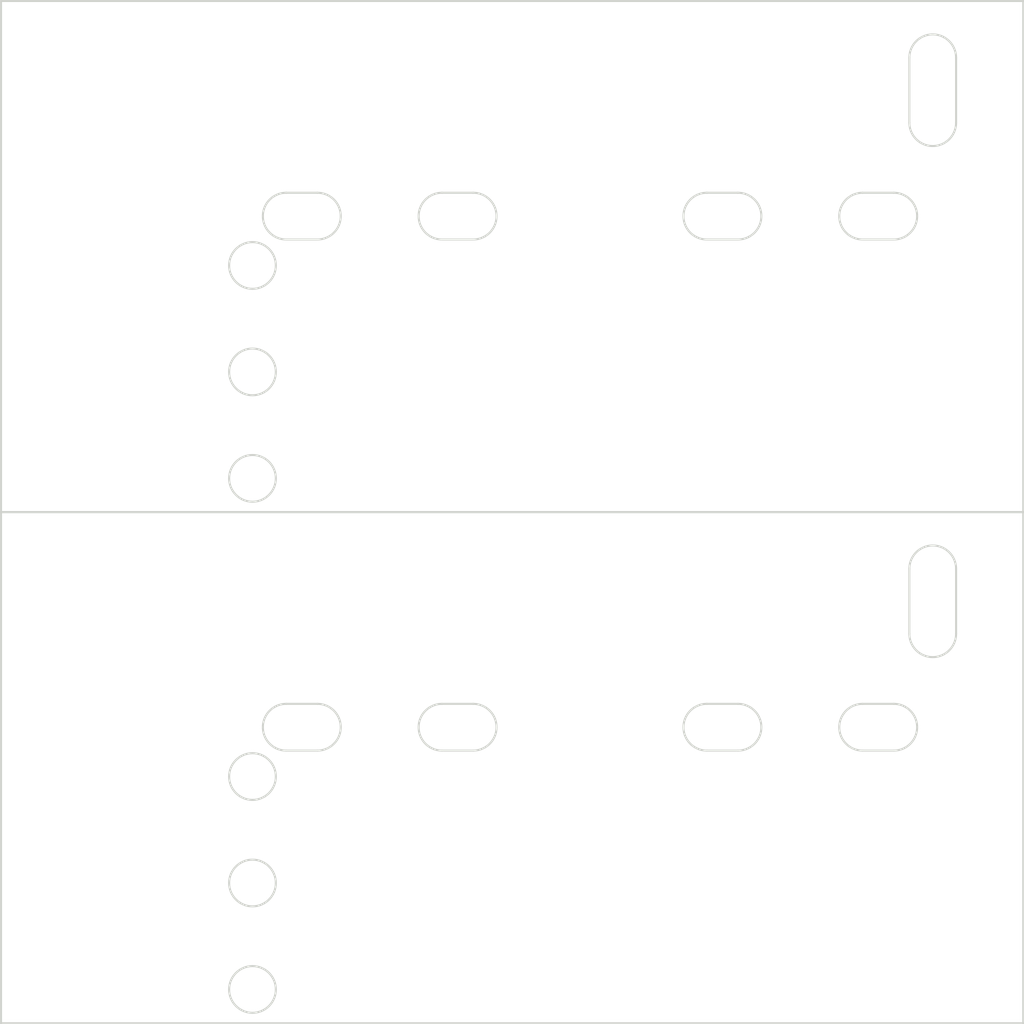
<source format=kicad_pcb>
(kicad_pcb (version 20171130) (host pcbnew "(5.1.10)-1")

  (general
    (thickness 1.6)
    (drawings 54)
    (tracks 5)
    (zones 0)
    (modules 0)
    (nets 4)
  )

  (page A4)
  (layers
    (0 F.Cu signal)
    (1 In1.Cu signal)
    (2 In2.Cu signal)
    (31 B.Cu signal)
    (32 B.Adhes user)
    (33 F.Adhes user)
    (34 B.Paste user)
    (35 F.Paste user)
    (36 B.SilkS user)
    (37 F.SilkS user)
    (38 B.Mask user)
    (39 F.Mask user)
    (40 Dwgs.User user)
    (41 Cmts.User user)
    (42 Eco1.User user)
    (43 Eco2.User user)
    (44 Edge.Cuts user)
    (45 Margin user)
    (46 B.CrtYd user)
    (47 F.CrtYd user)
    (48 B.Fab user)
    (49 F.Fab user)
  )

  (setup
    (last_trace_width 0.25)
    (user_trace_width 0.3)
    (user_trace_width 0.4)
    (user_trace_width 0.5)
    (user_trace_width 0.6)
    (user_trace_width 0.7)
    (user_trace_width 0.8)
    (user_trace_width 1)
    (user_trace_width 1.2)
    (user_trace_width 1.4)
    (user_trace_width 2)
    (trace_clearance 0.2)
    (zone_clearance 0.254)
    (zone_45_only yes)
    (trace_min 0.2)
    (via_size 0.8)
    (via_drill 0.4)
    (via_min_size 0.4)
    (via_min_drill 0.3)
    (user_via 1.1 0.6)
    (user_via 1.2 0.7)
    (user_via 1.6 1)
    (user_via 1.8 1.2)
    (user_via 2 1.4)
    (user_via 2.4 1.8)
    (uvia_size 0.3)
    (uvia_drill 0.1)
    (uvias_allowed no)
    (uvia_min_size 0.2)
    (uvia_min_drill 0.1)
    (edge_width 0.1)
    (segment_width 0.2)
    (pcb_text_width 0.3)
    (pcb_text_size 1.5 1.5)
    (mod_edge_width 0.15)
    (mod_text_size 1 1)
    (mod_text_width 0.15)
    (pad_size 1.7 1.7)
    (pad_drill 1)
    (pad_to_mask_clearance 0)
    (aux_axis_origin 44.5 38.5)
    (grid_origin 44.5 38.5)
    (visible_elements 7FFFFFFF)
    (pcbplotparams
      (layerselection 0x010fc_ffffffff)
      (usegerberextensions false)
      (usegerberattributes true)
      (usegerberadvancedattributes true)
      (creategerberjobfile true)
      (excludeedgelayer true)
      (linewidth 0.020000)
      (plotframeref false)
      (viasonmask false)
      (mode 1)
      (useauxorigin false)
      (hpglpennumber 1)
      (hpglpenspeed 20)
      (hpglpendiameter 15.000000)
      (psnegative false)
      (psa4output false)
      (plotreference true)
      (plotvalue true)
      (plotinvisibletext false)
      (padsonsilk false)
      (subtractmaskfromsilk true)
      (outputformat 1)
      (mirror false)
      (drillshape 0)
      (scaleselection 1)
      (outputdirectory "Gerbers/"))
  )

  (net 0 "")
  (net 1 GND2)
  (net 2 +5VP)
  (net 3 /I2C_SCL)

  (net_class Default "Это класс цепей по умолчанию."
    (clearance 0.2)
    (trace_width 0.25)
    (via_dia 0.8)
    (via_drill 0.4)
    (uvia_dia 0.3)
    (uvia_drill 0.1)
    (add_net +5VP)
    (add_net /I2C_SCL)
    (add_net GND2)
  )

  (net_class AC230V ""
    (clearance 0.8)
    (trace_width 2)
    (via_dia 1.8)
    (via_drill 1)
    (uvia_dia 0.3)
    (uvia_drill 0.1)
  )

  (gr_line (start 44.5 63.5) (end 94.5 63.5) (layer Edge.Cuts) (width 0.1) (tstamp 61E6AB13))
  (gr_line (start 94.5 63.5) (end 94.5 88.5) (layer Edge.Cuts) (width 0.1) (tstamp 61E6AB10))
  (gr_line (start 44.5 88.5) (end 94.5 88.5) (layer Edge.Cuts) (width 0.1) (tstamp 61E6AB0D))
  (gr_line (start 44.5 63.5) (end 44.5 88.5) (layer Edge.Cuts) (width 0.1) (tstamp 61E6AB0A))
  (gr_arc (start 90.074 66.275) (end 91.217 66.275) (angle -180) (layer Edge.Cuts) (width 0.1) (tstamp 61E6AB07))
  (gr_arc (start 90.074 69.45) (end 88.931 69.45) (angle -180) (layer Edge.Cuts) (width 0.1) (tstamp 61E6AB04))
  (gr_line (start 91.217 66.275) (end 91.217 69.45) (layer Edge.Cuts) (width 0.1) (tstamp 61E6AB01))
  (gr_line (start 88.931 69.45) (end 88.931 66.275) (layer Edge.Cuts) (width 0.1) (tstamp 61E6AAFE))
  (gr_arc (start 86.645 74.022) (end 86.645 72.879) (angle -180) (layer Edge.Cuts) (width 0.1) (tstamp 61E6AAFB))
  (gr_arc (start 88.169 74.022) (end 88.169 75.165) (angle -180) (layer Edge.Cuts) (width 0.1) (tstamp 61E6AAF8))
  (gr_line (start 86.645 72.879) (end 88.169 72.879) (layer Edge.Cuts) (width 0.1) (tstamp 61E6AAF5))
  (gr_line (start 86.645 75.165) (end 88.169 75.165) (layer Edge.Cuts) (width 0.1) (tstamp 61E6AAF2))
  (gr_line (start 79.025 72.879) (end 80.549 72.879) (layer Edge.Cuts) (width 0.1) (tstamp 61E6AAEF))
  (gr_line (start 79.025 75.165) (end 80.549 75.165) (layer Edge.Cuts) (width 0.1) (tstamp 61E6AAEC))
  (gr_arc (start 79.025 74.022) (end 79.025 72.879) (angle -180) (layer Edge.Cuts) (width 0.1) (tstamp 61E6AAE9))
  (gr_arc (start 80.549 74.022) (end 80.549 75.165) (angle -180) (layer Edge.Cuts) (width 0.1) (tstamp 61E6AAE6))
  (gr_line (start 66.071 75.165) (end 67.595 75.165) (layer Edge.Cuts) (width 0.1) (tstamp 61E6AAE3))
  (gr_arc (start 66.071 74.022) (end 66.071 72.879) (angle -180) (layer Edge.Cuts) (width 0.1) (tstamp 61E6AAE0))
  (gr_arc (start 67.595 74.022) (end 67.595 75.165) (angle -180) (layer Edge.Cuts) (width 0.1) (tstamp 61E6AADD))
  (gr_circle (center 56.8 86.849) (end 56.8 85.706) (layer Edge.Cuts) (width 0.1) (tstamp 61E6AADA))
  (gr_circle (center 56.8 81.642) (end 56.8 80.499) (layer Edge.Cuts) (width 0.1) (tstamp 61E6AAD7))
  (gr_circle (center 56.8 76.435) (end 56.8 75.292) (layer Edge.Cuts) (width 0.1) (tstamp 61E6AAD4))
  (gr_line (start 58.451 72.879) (end 59.975 72.879) (layer Edge.Cuts) (width 0.1) (tstamp 61E6AAD1))
  (gr_arc (start 59.975 74.022) (end 59.975 75.165) (angle -180) (layer Edge.Cuts) (width 0.1) (tstamp 61E6AACE))
  (gr_arc (start 58.451 74.022) (end 58.451 72.879) (angle -180) (layer Edge.Cuts) (width 0.1) (tstamp 61E6AACB))
  (gr_line (start 58.451 75.165) (end 59.975 75.165) (layer Edge.Cuts) (width 0.1) (tstamp 61E6AAC8))
  (gr_line (start 66.071 72.879) (end 67.595 72.879) (layer Edge.Cuts) (width 0.1) (tstamp 61E6AAC5))
  (gr_circle (center 56.8 61.849) (end 56.8 60.706) (layer Edge.Cuts) (width 0.1) (tstamp 61CEB9A5))
  (gr_circle (center 56.8 56.642) (end 56.8 55.499) (layer Edge.Cuts) (width 0.1) (tstamp 61CEB9A3))
  (gr_circle (center 56.8 51.435) (end 56.8 50.292) (layer Edge.Cuts) (width 0.1) (tstamp 61CEAF5A))
  (gr_line (start 58.451 47.879) (end 59.975 47.879) (layer Edge.Cuts) (width 0.1) (tstamp 61CEA307))
  (gr_arc (start 59.975 49.022) (end 59.975 50.165) (angle -180) (layer Edge.Cuts) (width 0.1) (tstamp 61CEA306))
  (gr_arc (start 58.451 49.022) (end 58.451 47.879) (angle -180) (layer Edge.Cuts) (width 0.1) (tstamp 61CEA305))
  (gr_line (start 58.451 50.165) (end 59.975 50.165) (layer Edge.Cuts) (width 0.1) (tstamp 61CEA304))
  (gr_line (start 66.071 47.879) (end 67.595 47.879) (layer Edge.Cuts) (width 0.1) (tstamp 61CEA2F8))
  (gr_arc (start 67.595 49.022) (end 67.595 50.165) (angle -180) (layer Edge.Cuts) (width 0.1) (tstamp 61CEA2F7))
  (gr_arc (start 66.071 49.022) (end 66.071 47.879) (angle -180) (layer Edge.Cuts) (width 0.1) (tstamp 61CEA2F6))
  (gr_line (start 66.071 50.165) (end 67.595 50.165) (layer Edge.Cuts) (width 0.1) (tstamp 61CEA2F5))
  (gr_arc (start 80.549 49.022) (end 80.549 50.165) (angle -180) (layer Edge.Cuts) (width 0.1) (tstamp 61CEA2EA))
  (gr_arc (start 79.025 49.022) (end 79.025 47.879) (angle -180) (layer Edge.Cuts) (width 0.1) (tstamp 61CEA2E9))
  (gr_line (start 79.025 50.165) (end 80.549 50.165) (layer Edge.Cuts) (width 0.1) (tstamp 61CEA2E8))
  (gr_line (start 79.025 47.879) (end 80.549 47.879) (layer Edge.Cuts) (width 0.1) (tstamp 61CEA2E7))
  (gr_line (start 86.645 50.165) (end 88.169 50.165) (layer Edge.Cuts) (width 0.1) (tstamp 61CEA2E5))
  (gr_line (start 86.645 47.879) (end 88.169 47.879) (layer Edge.Cuts) (width 0.1) (tstamp 61CEA2E4))
  (gr_arc (start 88.169 49.022) (end 88.169 50.165) (angle -180) (layer Edge.Cuts) (width 0.1) (tstamp 61CEA2E0))
  (gr_arc (start 86.645 49.022) (end 86.645 47.879) (angle -180) (layer Edge.Cuts) (width 0.1))
  (gr_line (start 88.931 44.45) (end 88.931 41.275) (layer Edge.Cuts) (width 0.1) (tstamp 61CE762F))
  (gr_line (start 91.217 41.275) (end 91.217 44.45) (layer Edge.Cuts) (width 0.1) (tstamp 61CE762E))
  (gr_arc (start 90.074 44.45) (end 88.931 44.45) (angle -180) (layer Edge.Cuts) (width 0.1) (tstamp 61CE7624))
  (gr_arc (start 90.074 41.275) (end 91.217 41.275) (angle -180) (layer Edge.Cuts) (width 0.1))
  (gr_line (start 44.5 38.5) (end 44.5 63.5) (layer Edge.Cuts) (width 0.1) (tstamp 5FD30EB7))
  (gr_line (start 44.5 63.5) (end 94.5 63.5) (layer Edge.Cuts) (width 0.1))
  (gr_line (start 94.5 38.5) (end 94.5 63.5) (layer Edge.Cuts) (width 0.1))
  (gr_line (start 44.5 38.5) (end 94.5 38.5) (layer Edge.Cuts) (width 0.1))

  (segment (start 74.750973 46.380733) (end 75.115814 46.015892) (width 0.3) (layer In2.Cu) (net 3))
  (segment (start 72.637422 46.380733) (end 74.750973 46.380733) (width 0.3) (layer In2.Cu) (net 3))
  (segment (start 71.588688 45.331999) (end 72.637422 46.380733) (width 0.3) (layer In2.Cu) (net 3))
  (segment (start 55.537001 45.331999) (end 71.588688 45.331999) (width 0.3) (layer In2.Cu) (net 3))
  (segment (start 54.133 46.736) (end 55.537001 45.331999) (width 0.3) (layer In2.Cu) (net 3))

  (zone (net 1) (net_name GND2) (layer In2.Cu) (tstamp 61E7FF5F) (hatch edge 0.508)
    (connect_pads (clearance 0.254))
    (min_thickness 0.254)
    (fill yes (arc_segments 32) (thermal_gap 0.254) (thermal_bridge_width 0.382))
    (polygon
      (pts
        (xy 88.804 47.879) (xy 78.898 47.879) (xy 55.784 47.879) (xy 55.784 56.642) (xy 48.926 56.642)
        (xy 48.926 54.61) (xy 51.466 52.07) (xy 51.466 38.481) (xy 88.804 38.481)
      )
    )
    (filled_polygon
      (pts
        (xy 88.677 39.281499) (xy 88.666859 39.271358) (xy 88.538942 39.185887) (xy 88.396809 39.127013) (xy 88.245922 39.097)
        (xy 88.092078 39.097) (xy 87.941191 39.127013) (xy 87.799058 39.185887) (xy 87.671141 39.271358) (xy 87.562358 39.380141)
        (xy 87.476887 39.508058) (xy 87.418013 39.650191) (xy 87.407 39.705558) (xy 87.395987 39.650191) (xy 87.337113 39.508058)
        (xy 87.251642 39.380141) (xy 87.142859 39.271358) (xy 87.014942 39.185887) (xy 86.872809 39.127013) (xy 86.721922 39.097)
        (xy 86.568078 39.097) (xy 86.417191 39.127013) (xy 86.275058 39.185887) (xy 86.147141 39.271358) (xy 86.038358 39.380141)
        (xy 85.952887 39.508058) (xy 85.894013 39.650191) (xy 85.864 39.801078) (xy 85.864 39.954922) (xy 85.894013 40.105809)
        (xy 85.952887 40.247942) (xy 86.038358 40.375859) (xy 86.147141 40.484642) (xy 86.275058 40.570113) (xy 86.417191 40.628987)
        (xy 86.568078 40.659) (xy 86.721922 40.659) (xy 86.872809 40.628987) (xy 87.014942 40.570113) (xy 87.142859 40.484642)
        (xy 87.251642 40.375859) (xy 87.337113 40.247942) (xy 87.395987 40.105809) (xy 87.407 40.050442) (xy 87.418013 40.105809)
        (xy 87.476887 40.247942) (xy 87.562358 40.375859) (xy 87.671141 40.484642) (xy 87.799058 40.570113) (xy 87.941191 40.628987)
        (xy 88.092078 40.659) (xy 88.245922 40.659) (xy 88.396809 40.628987) (xy 88.538942 40.570113) (xy 88.666859 40.484642)
        (xy 88.677 40.474501) (xy 88.677 40.561289) (xy 88.636693 40.637096) (xy 88.621817 40.673188) (xy 88.606419 40.709114)
        (xy 88.60464 40.714863) (xy 88.562954 40.852931) (xy 88.538942 40.836887) (xy 88.396809 40.778013) (xy 88.245922 40.748)
        (xy 88.092078 40.748) (xy 87.941191 40.778013) (xy 87.799058 40.836887) (xy 87.671141 40.922358) (xy 87.562358 41.031141)
        (xy 87.476887 41.159058) (xy 87.418013 41.301191) (xy 87.407 41.356558) (xy 87.395987 41.301191) (xy 87.337113 41.159058)
        (xy 87.251642 41.031141) (xy 87.142859 40.922358) (xy 87.014942 40.836887) (xy 86.872809 40.778013) (xy 86.721922 40.748)
        (xy 86.568078 40.748) (xy 86.417191 40.778013) (xy 86.275058 40.836887) (xy 86.147141 40.922358) (xy 86.038358 41.031141)
        (xy 85.952887 41.159058) (xy 85.894013 41.301191) (xy 85.864 41.452078) (xy 85.864 41.605922) (xy 85.894013 41.756809)
        (xy 85.952887 41.898942) (xy 86.038358 42.026859) (xy 86.147141 42.135642) (xy 86.275058 42.221113) (xy 86.417191 42.279987)
        (xy 86.568078 42.31) (xy 86.721922 42.31) (xy 86.872809 42.279987) (xy 87.014942 42.221113) (xy 87.142859 42.135642)
        (xy 87.251642 42.026859) (xy 87.337113 41.898942) (xy 87.395987 41.756809) (xy 87.407 41.701442) (xy 87.418013 41.756809)
        (xy 87.476887 41.898942) (xy 87.562358 42.026859) (xy 87.671141 42.135642) (xy 87.799058 42.221113) (xy 87.941191 42.279987)
        (xy 88.092078 42.31) (xy 88.245922 42.31) (xy 88.396809 42.279987) (xy 88.500001 42.237243) (xy 88.5 43.494636)
        (xy 88.453588 43.382587) (xy 88.324342 43.189157) (xy 88.159843 43.024658) (xy 87.966413 42.895412) (xy 87.751485 42.806386)
        (xy 87.523318 42.761) (xy 87.290682 42.761) (xy 87.062515 42.806386) (xy 86.847587 42.895412) (xy 86.654157 43.024658)
        (xy 86.489658 43.189157) (xy 86.360412 43.382587) (xy 86.271386 43.597515) (xy 86.226 43.825682) (xy 86.226 44.058318)
        (xy 86.271386 44.286485) (xy 86.360412 44.501413) (xy 86.489658 44.694843) (xy 86.654157 44.859342) (xy 86.847587 44.988588)
        (xy 87.062515 45.077614) (xy 87.290682 45.123) (xy 87.523318 45.123) (xy 87.751485 45.077614) (xy 87.966413 44.988588)
        (xy 88.159843 44.859342) (xy 88.324342 44.694843) (xy 88.453588 44.501413) (xy 88.5 44.389364) (xy 88.5 44.471167)
        (xy 88.502168 44.493178) (xy 88.502168 44.508017) (xy 88.502797 44.514002) (xy 88.527663 44.735686) (xy 88.535784 44.77389)
        (xy 88.543372 44.812215) (xy 88.545152 44.817964) (xy 88.612603 45.030597) (xy 88.627989 45.066495) (xy 88.642878 45.102619)
        (xy 88.645735 45.107903) (xy 88.645739 45.107912) (xy 88.645744 45.107919) (xy 88.677 45.164774) (xy 88.677 47.536899)
        (xy 88.515584 47.488164) (xy 88.477298 47.480583) (xy 88.439053 47.472454) (xy 88.43307 47.471825) (xy 88.433068 47.471825)
        (xy 88.211058 47.450057) (xy 88.211052 47.450057) (xy 88.190168 47.448) (xy 88.087021 47.448) (xy 88.159843 47.399342)
        (xy 88.324342 47.234843) (xy 88.453588 47.041413) (xy 88.542614 46.826485) (xy 88.588 46.598318) (xy 88.588 46.365682)
        (xy 88.542614 46.137515) (xy 88.453588 45.922587) (xy 88.324342 45.729157) (xy 88.159843 45.564658) (xy 87.966413 45.435412)
        (xy 87.751485 45.346386) (xy 87.523318 45.301) (xy 87.290682 45.301) (xy 87.062515 45.346386) (xy 86.847587 45.435412)
        (xy 86.654157 45.564658) (xy 86.489658 45.729157) (xy 86.360412 45.922587) (xy 86.271386 46.137515) (xy 86.226 46.365682)
        (xy 86.226 46.598318) (xy 86.271386 46.826485) (xy 86.360412 47.041413) (xy 86.489658 47.234843) (xy 86.654157 47.399342)
        (xy 86.726979 47.448) (xy 86.623832 47.448) (xy 86.601821 47.450168) (xy 86.586983 47.450168) (xy 86.580997 47.450797)
        (xy 86.359314 47.475663) (xy 86.32111 47.483784) (xy 86.282785 47.491372) (xy 86.277038 47.493151) (xy 86.277032 47.493153)
        (xy 86.064403 47.560603) (xy 86.028493 47.575994) (xy 85.992381 47.590878) (xy 85.987097 47.593735) (xy 85.987088 47.593739)
        (xy 85.987081 47.593744) (xy 85.791607 47.701207) (xy 85.759402 47.723258) (xy 85.726838 47.744894) (xy 85.722201 47.74873)
        (xy 85.718304 47.752) (xy 81.473586 47.752) (xy 81.453932 47.735971) (xy 81.421433 47.714378) (xy 81.389162 47.692282)
        (xy 81.383868 47.68942) (xy 81.186904 47.584693) (xy 81.150812 47.569817) (xy 81.114886 47.554419) (xy 81.109137 47.55264)
        (xy 81.109139 47.55264) (xy 81.109131 47.552638) (xy 80.895584 47.488164) (xy 80.857298 47.480583) (xy 80.819053 47.472454)
        (xy 80.81307 47.471825) (xy 80.813068 47.471825) (xy 80.591058 47.450057) (xy 80.591052 47.450057) (xy 80.570168 47.448)
        (xy 80.467021 47.448) (xy 80.539843 47.399342) (xy 80.704342 47.234843) (xy 80.833588 47.041413) (xy 80.922614 46.826485)
        (xy 80.968 46.598318) (xy 80.968 46.365682) (xy 80.922614 46.137515) (xy 80.833588 45.922587) (xy 80.704342 45.729157)
        (xy 80.539843 45.564658) (xy 80.346413 45.435412) (xy 80.131485 45.346386) (xy 79.903318 45.301) (xy 79.670682 45.301)
        (xy 79.442515 45.346386) (xy 79.227587 45.435412) (xy 79.034157 45.564658) (xy 78.869658 45.729157) (xy 78.740412 45.922587)
        (xy 78.651386 46.137515) (xy 78.606 46.365682) (xy 78.606 46.598318) (xy 78.651386 46.826485) (xy 78.740412 47.041413)
        (xy 78.869658 47.234843) (xy 79.034157 47.399342) (xy 79.106979 47.448) (xy 79.003832 47.448) (xy 78.981821 47.450168)
        (xy 78.966983 47.450168) (xy 78.960997 47.450797) (xy 78.739314 47.475663) (xy 78.70111 47.483784) (xy 78.662785 47.491372)
        (xy 78.657038 47.493151) (xy 78.657032 47.493153) (xy 78.444403 47.560603) (xy 78.408493 47.575994) (xy 78.372381 47.590878)
        (xy 78.367097 47.593735) (xy 78.367088 47.593739) (xy 78.367081 47.593744) (xy 78.171607 47.701207) (xy 78.139402 47.723258)
        (xy 78.106838 47.744894) (xy 78.102201 47.74873) (xy 78.098304 47.752) (xy 68.519586 47.752) (xy 68.499932 47.735971)
        (xy 68.467433 47.714378) (xy 68.435162 47.692282) (xy 68.429868 47.68942) (xy 68.232904 47.584693) (xy 68.196812 47.569817)
        (xy 68.160886 47.554419) (xy 68.155137 47.55264) (xy 68.155139 47.55264) (xy 68.155131 47.552638) (xy 67.941584 47.488164)
        (xy 67.903298 47.480583) (xy 67.865053 47.472454) (xy 67.85907 47.471825) (xy 67.859068 47.471825) (xy 67.637058 47.450057)
        (xy 67.637052 47.450057) (xy 67.616168 47.448) (xy 67.513021 47.448) (xy 67.585843 47.399342) (xy 67.750342 47.234843)
        (xy 67.879588 47.041413) (xy 67.968614 46.826485) (xy 68.014 46.598318) (xy 68.014 46.365682) (xy 67.968614 46.137515)
        (xy 67.879588 45.922587) (xy 67.839773 45.862999) (xy 71.368742 45.862999) (xy 72.243505 46.737763) (xy 72.260132 46.758023)
        (xy 72.280392 46.77465) (xy 72.340986 46.824379) (xy 72.433234 46.873686) (xy 72.533328 46.90405) (xy 72.611338 46.911733)
        (xy 72.611348 46.911733) (xy 72.637422 46.914301) (xy 72.663496 46.911733) (xy 74.724899 46.911733) (xy 74.750973 46.914301)
        (xy 74.777047 46.911733) (xy 74.777057 46.911733) (xy 74.855067 46.90405) (xy 74.955161 46.873686) (xy 75.047408 46.824379)
        (xy 75.080901 46.796892) (xy 75.192736 46.796892) (xy 75.343623 46.766879) (xy 75.485756 46.708005) (xy 75.613673 46.622534)
        (xy 75.722456 46.513751) (xy 75.807927 46.385834) (xy 75.816938 46.364078) (xy 76.552 46.364078) (xy 76.552 46.517922)
        (xy 76.582013 46.668809) (xy 76.640887 46.810942) (xy 76.726358 46.938859) (xy 76.835141 47.047642) (xy 76.963058 47.133113)
        (xy 77.105191 47.191987) (xy 77.256078 47.222) (xy 77.409922 47.222) (xy 77.560809 47.191987) (xy 77.702942 47.133113)
        (xy 77.830859 47.047642) (xy 77.939642 46.938859) (xy 78.025113 46.810942) (xy 78.083987 46.668809) (xy 78.114 46.517922)
        (xy 78.114 46.364078) (xy 78.083987 46.213191) (xy 78.025113 46.071058) (xy 77.939642 45.943141) (xy 77.830859 45.834358)
        (xy 77.702942 45.748887) (xy 77.560809 45.690013) (xy 77.409922 45.66) (xy 77.256078 45.66) (xy 77.105191 45.690013)
        (xy 76.963058 45.748887) (xy 76.835141 45.834358) (xy 76.726358 45.943141) (xy 76.640887 46.071058) (xy 76.582013 46.213191)
        (xy 76.552 46.364078) (xy 75.816938 46.364078) (xy 75.866801 46.243701) (xy 75.896814 46.092814) (xy 75.896814 45.93897)
        (xy 75.866801 45.788083) (xy 75.807927 45.64595) (xy 75.722456 45.518033) (xy 75.670547 45.466124) (xy 75.722528 45.414143)
        (xy 75.807999 45.286226) (xy 75.866873 45.144093) (xy 75.896886 44.993206) (xy 75.896886 44.839362) (xy 75.866873 44.688475)
        (xy 75.807999 44.546342) (xy 75.722528 44.418425) (xy 75.613745 44.309642) (xy 75.485828 44.224171) (xy 75.343695 44.165297)
        (xy 75.192808 44.135284) (xy 75.038964 44.135284) (xy 74.888077 44.165297) (xy 74.745944 44.224171) (xy 74.618027 44.309642)
        (xy 74.509244 44.418425) (xy 74.423773 44.546342) (xy 74.364899 44.688475) (xy 74.334886 44.839362) (xy 74.334886 44.993206)
        (xy 74.364899 45.144093) (xy 74.423773 45.286226) (xy 74.509244 45.414143) (xy 74.561153 45.466052) (xy 74.509172 45.518033)
        (xy 74.423701 45.64595) (xy 74.364827 45.788083) (xy 74.352564 45.849733) (xy 73.750162 45.849733) (xy 73.778423 45.707654)
        (xy 73.778423 45.55381) (xy 73.74841 45.402923) (xy 73.689536 45.26079) (xy 73.604065 45.132873) (xy 73.495282 45.02409)
        (xy 73.367365 44.938619) (xy 73.225232 44.879745) (xy 73.074345 44.849732) (xy 72.920501 44.849732) (xy 72.769614 44.879745)
        (xy 72.627481 44.938619) (xy 72.499564 45.02409) (xy 72.390781 45.132873) (xy 72.30531 45.26079) (xy 72.294507 45.286871)
        (xy 71.982609 44.974974) (xy 71.965978 44.954709) (xy 71.885123 44.888353) (xy 71.792876 44.839046) (xy 71.692782 44.808682)
        (xy 71.614772 44.800999) (xy 71.614762 44.800999) (xy 71.588688 44.798431) (xy 71.562614 44.800999) (xy 67.644186 44.800999)
        (xy 67.750342 44.694843) (xy 67.879588 44.501413) (xy 67.968614 44.286485) (xy 68.014 44.058318) (xy 68.014 43.825682)
        (xy 67.971312 43.611078) (xy 70.115992 43.611078) (xy 70.115992 43.764922) (xy 70.146005 43.915809) (xy 70.204879 44.057942)
        (xy 70.29035 44.185859) (xy 70.399133 44.294642) (xy 70.52705 44.380113) (xy 70.669183 44.438987) (xy 70.82007 44.469)
        (xy 70.973914 44.469) (xy 71.124801 44.438987) (xy 71.266934 44.380113) (xy 71.394851 44.294642) (xy 71.503634 44.185859)
        (xy 71.589105 44.057942) (xy 71.647979 43.915809) (xy 71.677992 43.764922) (xy 71.677992 43.611078) (xy 71.647979 43.460191)
        (xy 71.589105 43.318058) (xy 71.503634 43.190141) (xy 71.394851 43.081358) (xy 71.266934 42.995887) (xy 71.124801 42.937013)
        (xy 70.973914 42.907) (xy 70.82007 42.907) (xy 70.669183 42.937013) (xy 70.52705 42.995887) (xy 70.399133 43.081358)
        (xy 70.29035 43.190141) (xy 70.204879 43.318058) (xy 70.146005 43.460191) (xy 70.115992 43.611078) (xy 67.971312 43.611078)
        (xy 67.968614 43.597515) (xy 67.879588 43.382587) (xy 67.750342 43.189157) (xy 67.585843 43.024658) (xy 67.392413 42.895412)
        (xy 67.177485 42.806386) (xy 66.949318 42.761) (xy 66.716682 42.761) (xy 66.488515 42.806386) (xy 66.273587 42.895412)
        (xy 66.080157 43.024658) (xy 65.915658 43.189157) (xy 65.786412 43.382587) (xy 65.697386 43.597515) (xy 65.652 43.825682)
        (xy 65.652 44.058318) (xy 65.697386 44.286485) (xy 65.786412 44.501413) (xy 65.915658 44.694843) (xy 66.021814 44.800999)
        (xy 60.390032 44.800999) (xy 60.395843 44.742) (xy 60.395843 43.142) (xy 60.388487 43.067311) (xy 60.366701 42.995492)
        (xy 60.331322 42.929304) (xy 60.283711 42.871289) (xy 60.225696 42.823678) (xy 60.159508 42.788299) (xy 60.087689 42.766513)
        (xy 60.013 42.759157) (xy 58.413 42.759157) (xy 58.338311 42.766513) (xy 58.266492 42.788299) (xy 58.200304 42.823678)
        (xy 58.142289 42.871289) (xy 58.094678 42.929304) (xy 58.059299 42.995492) (xy 58.037513 43.067311) (xy 58.030157 43.142)
        (xy 58.030157 44.742) (xy 58.035968 44.800999) (xy 55.563074 44.800999) (xy 55.537 44.798431) (xy 55.510926 44.800999)
        (xy 55.510917 44.800999) (xy 55.432907 44.808682) (xy 55.332813 44.839046) (xy 55.272697 44.871178) (xy 55.240565 44.888353)
        (xy 55.184276 44.934549) (xy 55.159711 44.954709) (xy 55.143084 44.974969) (xy 54.163054 45.955) (xy 54.056078 45.955)
        (xy 53.905191 45.985013) (xy 53.763058 46.043887) (xy 53.635141 46.129358) (xy 53.526358 46.238141) (xy 53.440887 46.366058)
        (xy 53.382013 46.508191) (xy 53.352 46.659078) (xy 53.352 46.812922) (xy 53.382013 46.963809) (xy 53.440887 47.105942)
        (xy 53.526358 47.233859) (xy 53.635141 47.342642) (xy 53.763058 47.428113) (xy 53.905191 47.486987) (xy 54.056078 47.517)
        (xy 54.209922 47.517) (xy 54.360809 47.486987) (xy 54.502942 47.428113) (xy 54.630859 47.342642) (xy 54.739642 47.233859)
        (xy 54.768 47.191418) (xy 54.796358 47.233859) (xy 54.905141 47.342642) (xy 55.033058 47.428113) (xy 55.175191 47.486987)
        (xy 55.326078 47.517) (xy 55.479922 47.517) (xy 55.630809 47.486987) (xy 55.772942 47.428113) (xy 55.900859 47.342642)
        (xy 56.009642 47.233859) (xy 56.095113 47.105942) (xy 56.153987 46.963809) (xy 56.184 46.812922) (xy 56.184 46.659078)
        (xy 56.153987 46.508191) (xy 56.095113 46.366058) (xy 56.009642 46.238141) (xy 55.900859 46.129358) (xy 55.772942 46.043887)
        (xy 55.633726 45.986221) (xy 55.756948 45.862999) (xy 58.206227 45.862999) (xy 58.166412 45.922587) (xy 58.077386 46.137515)
        (xy 58.032 46.365682) (xy 58.032 46.598318) (xy 58.077386 46.826485) (xy 58.166412 47.041413) (xy 58.295658 47.234843)
        (xy 58.460157 47.399342) (xy 58.532979 47.448) (xy 58.429832 47.448) (xy 58.407821 47.450168) (xy 58.392983 47.450168)
        (xy 58.386997 47.450797) (xy 58.165314 47.475663) (xy 58.12711 47.483784) (xy 58.088785 47.491372) (xy 58.083038 47.493151)
        (xy 58.083032 47.493153) (xy 57.870403 47.560603) (xy 57.834493 47.575994) (xy 57.798381 47.590878) (xy 57.793097 47.593735)
        (xy 57.793088 47.593739) (xy 57.793081 47.593744) (xy 57.597607 47.701207) (xy 57.565402 47.723258) (xy 57.532838 47.744894)
        (xy 57.528201 47.74873) (xy 57.524304 47.752) (xy 55.784 47.752) (xy 55.759224 47.75444) (xy 55.735399 47.761667)
        (xy 55.713443 47.773403) (xy 55.694197 47.789197) (xy 55.678403 47.808443) (xy 55.666667 47.830399) (xy 55.65944 47.854224)
        (xy 55.657 47.879) (xy 55.657 50.334598) (xy 55.567821 50.423777) (xy 55.394218 50.683594) (xy 55.274637 50.972286)
        (xy 55.213676 51.278761) (xy 55.213676 51.591239) (xy 55.274637 51.897714) (xy 55.394218 52.186406) (xy 55.567821 52.446223)
        (xy 55.657 52.535402) (xy 55.657 52.71465) (xy 55.520357 52.578007) (xy 55.359684 52.470649) (xy 55.181153 52.396699)
        (xy 54.991626 52.359) (xy 54.798386 52.359) (xy 54.608859 52.396699) (xy 54.430328 52.470649) (xy 54.269655 52.578007)
        (xy 54.133013 52.714649) (xy 54.025655 52.875322) (xy 53.951705 53.053853) (xy 53.914006 53.24338) (xy 53.914006 53.43662)
        (xy 53.951705 53.626147) (xy 54.025655 53.804678) (xy 54.133013 53.965351) (xy 54.269655 54.101993) (xy 54.430328 54.209351)
        (xy 54.608859 54.283301) (xy 54.798386 54.321) (xy 54.991626 54.321) (xy 55.181153 54.283301) (xy 55.359684 54.209351)
        (xy 55.520357 54.101993) (xy 55.657 53.96535) (xy 55.657 55.541598) (xy 55.567821 55.630777) (xy 55.394218 55.890594)
        (xy 55.274637 56.179286) (xy 55.213676 56.485761) (xy 55.213676 56.515) (xy 49.053 56.515) (xy 49.053 56.076021)
        (xy 49.772989 56.076021) (xy 49.877486 56.277082) (xy 50.118273 56.403666) (xy 50.379129 56.480844) (xy 50.650029 56.505649)
        (xy 50.920563 56.477126) (xy 51.180334 56.396373) (xy 51.403514 56.277082) (xy 51.508011 56.076021) (xy 50.6405 55.20851)
        (xy 49.772989 56.076021) (xy 49.053 56.076021) (xy 49.053 55.127529) (xy 49.252851 55.127529) (xy 49.281374 55.398063)
        (xy 49.362127 55.657834) (xy 49.481418 55.881014) (xy 49.682479 55.985511) (xy 50.54999 55.118) (xy 50.73101 55.118)
        (xy 51.598521 55.985511) (xy 51.799582 55.881014) (xy 51.926166 55.640227) (xy 52.003344 55.379371) (xy 52.028149 55.108471)
        (xy 51.999626 54.837937) (xy 51.918873 54.578166) (xy 51.799582 54.354986) (xy 51.598521 54.250489) (xy 50.73101 55.118)
        (xy 50.54999 55.118) (xy 49.682479 54.250489) (xy 49.481418 54.354986) (xy 49.354834 54.595773) (xy 49.277656 54.856629)
        (xy 49.252851 55.127529) (xy 49.053 55.127529) (xy 49.053 54.662606) (xy 49.555627 54.159979) (xy 49.772989 54.159979)
        (xy 50.6405 55.02749) (xy 51.508011 54.159979) (xy 51.403514 53.958918) (xy 51.162727 53.832334) (xy 50.901871 53.755156)
        (xy 50.630971 53.730351) (xy 50.360437 53.758874) (xy 50.100666 53.839627) (xy 49.877486 53.958918) (xy 49.772989 54.159979)
        (xy 49.555627 54.159979) (xy 51.555803 52.159803) (xy 51.571597 52.140557) (xy 51.583333 52.118601) (xy 51.59056 52.094776)
        (xy 51.593 52.07) (xy 51.593 42.722078) (xy 74.714 42.722078) (xy 74.714 42.875922) (xy 74.744013 43.026809)
        (xy 74.802887 43.168942) (xy 74.888358 43.296859) (xy 74.997141 43.405642) (xy 75.125058 43.491113) (xy 75.267191 43.549987)
        (xy 75.418078 43.58) (xy 75.571922 43.58) (xy 75.722809 43.549987) (xy 75.864942 43.491113) (xy 75.992859 43.405642)
        (xy 76.101642 43.296859) (xy 76.187113 43.168942) (xy 76.245987 43.026809) (xy 76.276 42.875922) (xy 76.276 42.722078)
        (xy 76.248551 42.584078) (xy 76.974 42.584078) (xy 76.974 42.737922) (xy 77.004013 42.888809) (xy 77.062887 43.030942)
        (xy 77.148358 43.158859) (xy 77.257141 43.267642) (xy 77.385058 43.353113) (xy 77.527191 43.411987) (xy 77.678078 43.442)
        (xy 77.831922 43.442) (xy 77.982809 43.411987) (xy 78.124942 43.353113) (xy 78.252859 43.267642) (xy 78.361642 43.158859)
        (xy 78.372906 43.142) (xy 78.604157 43.142) (xy 78.604157 44.742) (xy 78.611513 44.816689) (xy 78.633299 44.888508)
        (xy 78.668678 44.954696) (xy 78.716289 45.012711) (xy 78.774304 45.060322) (xy 78.840492 45.095701) (xy 78.912311 45.117487)
        (xy 78.987 45.124843) (xy 80.587 45.124843) (xy 80.661689 45.117487) (xy 80.733508 45.095701) (xy 80.799696 45.060322)
        (xy 80.857711 45.012711) (xy 80.905322 44.954696) (xy 80.940701 44.888508) (xy 80.962487 44.816689) (xy 80.969843 44.742)
        (xy 80.969843 43.142) (xy 80.962487 43.067311) (xy 80.940701 42.995492) (xy 80.905322 42.929304) (xy 80.857711 42.871289)
        (xy 80.799696 42.823678) (xy 80.733508 42.788299) (xy 80.661689 42.766513) (xy 80.587 42.759157) (xy 78.987 42.759157)
        (xy 78.912311 42.766513) (xy 78.840492 42.788299) (xy 78.774304 42.823678) (xy 78.716289 42.871289) (xy 78.668678 42.929304)
        (xy 78.633299 42.995492) (xy 78.611513 43.067311) (xy 78.604157 43.142) (xy 78.372906 43.142) (xy 78.447113 43.030942)
        (xy 78.505987 42.888809) (xy 78.536 42.737922) (xy 78.536 42.584078) (xy 78.505987 42.433191) (xy 78.447113 42.291058)
        (xy 78.361642 42.163141) (xy 78.252859 42.054358) (xy 78.124942 41.968887) (xy 77.982809 41.910013) (xy 77.831922 41.88)
        (xy 77.678078 41.88) (xy 77.527191 41.910013) (xy 77.385058 41.968887) (xy 77.257141 42.054358) (xy 77.148358 42.163141)
        (xy 77.062887 42.291058) (xy 77.004013 42.433191) (xy 76.974 42.584078) (xy 76.248551 42.584078) (xy 76.245987 42.571191)
        (xy 76.187113 42.429058) (xy 76.101642 42.301141) (xy 75.992859 42.192358) (xy 75.864942 42.106887) (xy 75.722809 42.048013)
        (xy 75.571922 42.018) (xy 75.418078 42.018) (xy 75.267191 42.048013) (xy 75.125058 42.106887) (xy 74.997141 42.192358)
        (xy 74.888358 42.301141) (xy 74.802887 42.429058) (xy 74.744013 42.571191) (xy 74.714 42.722078) (xy 51.593 42.722078)
        (xy 51.593 41.198078) (xy 53.199 41.198078) (xy 53.199 41.351922) (xy 53.229013 41.502809) (xy 53.287887 41.644942)
        (xy 53.373358 41.772859) (xy 53.482141 41.881642) (xy 53.610058 41.967113) (xy 53.752191 42.025987) (xy 53.903078 42.056)
        (xy 54.056922 42.056) (xy 54.207809 42.025987) (xy 54.349942 41.967113) (xy 54.477859 41.881642) (xy 54.586642 41.772859)
        (xy 54.672113 41.644942) (xy 54.730987 41.502809) (xy 54.741077 41.452078) (xy 58.686 41.452078) (xy 58.686 41.605922)
        (xy 58.716013 41.756809) (xy 58.774887 41.898942) (xy 58.860358 42.026859) (xy 58.969141 42.135642) (xy 59.097058 42.221113)
        (xy 59.239191 42.279987) (xy 59.390078 42.31) (xy 59.543922 42.31) (xy 59.694809 42.279987) (xy 59.836942 42.221113)
        (xy 59.964859 42.135642) (xy 60.073642 42.026859) (xy 60.159113 41.898942) (xy 60.217987 41.756809) (xy 60.229 41.701442)
        (xy 60.240013 41.756809) (xy 60.298887 41.898942) (xy 60.384358 42.026859) (xy 60.493141 42.135642) (xy 60.621058 42.221113)
        (xy 60.763191 42.279987) (xy 60.914078 42.31) (xy 61.067922 42.31) (xy 61.218809 42.279987) (xy 61.360942 42.221113)
        (xy 61.488859 42.135642) (xy 61.597642 42.026859) (xy 61.683113 41.898942) (xy 61.741987 41.756809) (xy 61.772 41.605922)
        (xy 61.772 41.452078) (xy 61.741987 41.301191) (xy 61.683113 41.159058) (xy 61.597642 41.031141) (xy 61.488859 40.922358)
        (xy 61.360942 40.836887) (xy 61.218809 40.778013) (xy 61.067922 40.748) (xy 60.914078 40.748) (xy 60.763191 40.778013)
        (xy 60.621058 40.836887) (xy 60.493141 40.922358) (xy 60.384358 41.031141) (xy 60.298887 41.159058) (xy 60.240013 41.301191)
        (xy 60.229 41.356558) (xy 60.217987 41.301191) (xy 60.159113 41.159058) (xy 60.073642 41.031141) (xy 59.964859 40.922358)
        (xy 59.836942 40.836887) (xy 59.694809 40.778013) (xy 59.543922 40.748) (xy 59.390078 40.748) (xy 59.239191 40.778013)
        (xy 59.097058 40.836887) (xy 58.969141 40.922358) (xy 58.860358 41.031141) (xy 58.774887 41.159058) (xy 58.716013 41.301191)
        (xy 58.686 41.452078) (xy 54.741077 41.452078) (xy 54.761 41.351922) (xy 54.761 41.198078) (xy 54.730987 41.047191)
        (xy 54.672113 40.905058) (xy 54.586642 40.777141) (xy 54.477859 40.668358) (xy 54.349942 40.582887) (xy 54.207809 40.524013)
        (xy 54.056922 40.494) (xy 53.903078 40.494) (xy 53.752191 40.524013) (xy 53.610058 40.582887) (xy 53.482141 40.668358)
        (xy 53.373358 40.777141) (xy 53.287887 40.905058) (xy 53.229013 41.047191) (xy 53.199 41.198078) (xy 51.593 41.198078)
        (xy 51.593 39.801078) (xy 58.686 39.801078) (xy 58.686 39.954922) (xy 58.716013 40.105809) (xy 58.774887 40.247942)
        (xy 58.860358 40.375859) (xy 58.969141 40.484642) (xy 59.097058 40.570113) (xy 59.239191 40.628987) (xy 59.390078 40.659)
        (xy 59.543922 40.659) (xy 59.694809 40.628987) (xy 59.836942 40.570113) (xy 59.964859 40.484642) (xy 60.073642 40.375859)
        (xy 60.159113 40.247942) (xy 60.217987 40.105809) (xy 60.229 40.050442) (xy 60.240013 40.105809) (xy 60.298887 40.247942)
        (xy 60.384358 40.375859) (xy 60.493141 40.484642) (xy 60.621058 40.570113) (xy 60.763191 40.628987) (xy 60.914078 40.659)
        (xy 61.067922 40.659) (xy 61.218809 40.628987) (xy 61.360942 40.570113) (xy 61.488859 40.484642) (xy 61.597642 40.375859)
        (xy 61.683113 40.247942) (xy 61.741987 40.105809) (xy 61.772 39.954922) (xy 61.772 39.801078) (xy 61.741987 39.650191)
        (xy 61.683113 39.508058) (xy 61.597642 39.380141) (xy 61.488859 39.271358) (xy 61.360942 39.185887) (xy 61.218809 39.127013)
        (xy 61.067922 39.097) (xy 60.914078 39.097) (xy 60.763191 39.127013) (xy 60.621058 39.185887) (xy 60.493141 39.271358)
        (xy 60.384358 39.380141) (xy 60.298887 39.508058) (xy 60.240013 39.650191) (xy 60.229 39.705558) (xy 60.217987 39.650191)
        (xy 60.159113 39.508058) (xy 60.073642 39.380141) (xy 59.964859 39.271358) (xy 59.836942 39.185887) (xy 59.694809 39.127013)
        (xy 59.543922 39.097) (xy 59.390078 39.097) (xy 59.239191 39.127013) (xy 59.097058 39.185887) (xy 58.969141 39.271358)
        (xy 58.860358 39.380141) (xy 58.774887 39.508058) (xy 58.716013 39.650191) (xy 58.686 39.801078) (xy 51.593 39.801078)
        (xy 51.593 38.931) (xy 88.677 38.931)
      )
    )
  )
  (zone (net 2) (net_name +5VP) (layer In1.Cu) (tstamp 61E7FF5C) (hatch edge 0.508)
    (connect_pads (clearance 0.254))
    (min_thickness 0.254)
    (fill yes (arc_segments 32) (thermal_gap 0.254) (thermal_bridge_width 0.382))
    (polygon
      (pts
        (xy 88.804 47.879) (xy 55.784 47.879) (xy 55.784 54.356) (xy 52.101 54.356) (xy 52.101 38.481)
        (xy 88.804 38.481)
      )
    )
    (filled_polygon
      (pts
        (xy 67.097141 38.953858) (xy 66.988358 39.062641) (xy 66.902887 39.190558) (xy 66.844013 39.332691) (xy 66.814 39.483578)
        (xy 66.814 39.637422) (xy 66.844013 39.788309) (xy 66.902887 39.930442) (xy 66.988358 40.058359) (xy 67.097141 40.167142)
        (xy 67.225058 40.252613) (xy 67.367191 40.311487) (xy 67.518078 40.3415) (xy 67.671922 40.3415) (xy 67.822809 40.311487)
        (xy 67.964942 40.252613) (xy 68.092859 40.167142) (xy 68.201642 40.058359) (xy 68.287113 39.930442) (xy 68.345987 39.788309)
        (xy 68.363315 39.701192) (xy 68.368013 39.724809) (xy 68.426887 39.866942) (xy 68.512358 39.994859) (xy 68.621141 40.103642)
        (xy 68.749058 40.189113) (xy 68.891191 40.247987) (xy 69.042078 40.278) (xy 69.195922 40.278) (xy 69.346809 40.247987)
        (xy 69.488942 40.189113) (xy 69.616859 40.103642) (xy 69.725642 39.994859) (xy 69.811113 39.866942) (xy 69.869987 39.724809)
        (xy 69.9 39.573922) (xy 69.9 39.420078) (xy 69.869987 39.269191) (xy 69.811113 39.127058) (xy 69.725642 38.999141)
        (xy 69.657501 38.931) (xy 77.978499 38.931) (xy 77.910358 38.999141) (xy 77.824887 39.127058) (xy 77.766013 39.269191)
        (xy 77.736 39.420078) (xy 77.736 39.573922) (xy 77.766013 39.724809) (xy 77.824887 39.866942) (xy 77.910358 39.994859)
        (xy 78.019141 40.103642) (xy 78.147058 40.189113) (xy 78.289191 40.247987) (xy 78.440078 40.278) (xy 78.593922 40.278)
        (xy 78.744809 40.247987) (xy 78.886942 40.189113) (xy 79.014859 40.103642) (xy 79.123642 39.994859) (xy 79.209113 39.866942)
        (xy 79.267987 39.724809) (xy 79.272685 39.701192) (xy 79.290013 39.788309) (xy 79.348887 39.930442) (xy 79.434358 40.058359)
        (xy 79.543141 40.167142) (xy 79.671058 40.252613) (xy 79.813191 40.311487) (xy 79.964078 40.3415) (xy 80.117922 40.3415)
        (xy 80.268809 40.311487) (xy 80.410942 40.252613) (xy 80.538859 40.167142) (xy 80.647642 40.058359) (xy 80.733113 39.930442)
        (xy 80.791987 39.788309) (xy 80.822 39.637422) (xy 80.822 39.483578) (xy 80.791987 39.332691) (xy 80.733113 39.190558)
        (xy 80.647642 39.062641) (xy 80.538859 38.953858) (xy 80.504649 38.931) (xy 88.677 38.931) (xy 88.677 39.281499)
        (xy 88.666859 39.271358) (xy 88.538942 39.185887) (xy 88.396809 39.127013) (xy 88.245922 39.097) (xy 88.092078 39.097)
        (xy 87.941191 39.127013) (xy 87.799058 39.185887) (xy 87.671141 39.271358) (xy 87.562358 39.380141) (xy 87.476887 39.508058)
        (xy 87.418013 39.650191) (xy 87.407 39.705558) (xy 87.395987 39.650191) (xy 87.337113 39.508058) (xy 87.251642 39.380141)
        (xy 87.142859 39.271358) (xy 87.014942 39.185887) (xy 86.872809 39.127013) (xy 86.721922 39.097) (xy 86.568078 39.097)
        (xy 86.417191 39.127013) (xy 86.275058 39.185887) (xy 86.147141 39.271358) (xy 86.038358 39.380141) (xy 85.952887 39.508058)
        (xy 85.894013 39.650191) (xy 85.864 39.801078) (xy 85.864 39.954922) (xy 85.894013 40.105809) (xy 85.952887 40.247942)
        (xy 86.038358 40.375859) (xy 86.147141 40.484642) (xy 86.275058 40.570113) (xy 86.417191 40.628987) (xy 86.568078 40.659)
        (xy 86.721922 40.659) (xy 86.872809 40.628987) (xy 87.014942 40.570113) (xy 87.142859 40.484642) (xy 87.251642 40.375859)
        (xy 87.337113 40.247942) (xy 87.395987 40.105809) (xy 87.407 40.050442) (xy 87.418013 40.105809) (xy 87.476887 40.247942)
        (xy 87.562358 40.375859) (xy 87.671141 40.484642) (xy 87.799058 40.570113) (xy 87.941191 40.628987) (xy 88.092078 40.659)
        (xy 88.245922 40.659) (xy 88.396809 40.628987) (xy 88.538942 40.570113) (xy 88.666859 40.484642) (xy 88.677 40.474501)
        (xy 88.677 40.561289) (xy 88.636693 40.637096) (xy 88.621817 40.673188) (xy 88.606419 40.709114) (xy 88.60464 40.714863)
        (xy 88.562954 40.852931) (xy 88.538942 40.836887) (xy 88.396809 40.778013) (xy 88.245922 40.748) (xy 88.092078 40.748)
        (xy 87.941191 40.778013) (xy 87.799058 40.836887) (xy 87.671141 40.922358) (xy 87.562358 41.031141) (xy 87.476887 41.159058)
        (xy 87.418013 41.301191) (xy 87.407 41.356558) (xy 87.395987 41.301191) (xy 87.337113 41.159058) (xy 87.251642 41.031141)
        (xy 87.142859 40.922358) (xy 87.014942 40.836887) (xy 86.872809 40.778013) (xy 86.721922 40.748) (xy 86.568078 40.748)
        (xy 86.417191 40.778013) (xy 86.275058 40.836887) (xy 86.147141 40.922358) (xy 86.038358 41.031141) (xy 85.952887 41.159058)
        (xy 85.894013 41.301191) (xy 85.864 41.452078) (xy 85.864 41.605922) (xy 85.894013 41.756809) (xy 85.952887 41.898942)
        (xy 86.038358 42.026859) (xy 86.147141 42.135642) (xy 86.275058 42.221113) (xy 86.417191 42.279987) (xy 86.568078 42.31)
        (xy 86.721922 42.31) (xy 86.872809 42.279987) (xy 87.014942 42.221113) (xy 87.142859 42.135642) (xy 87.251642 42.026859)
        (xy 87.337113 41.898942) (xy 87.395987 41.756809) (xy 87.407 41.701442) (xy 87.418013 41.756809) (xy 87.476887 41.898942)
        (xy 87.562358 42.026859) (xy 87.671141 42.135642) (xy 87.799058 42.221113) (xy 87.941191 42.279987) (xy 88.092078 42.31)
        (xy 88.245922 42.31) (xy 88.396809 42.279987) (xy 88.500001 42.237243) (xy 88.5 43.494636) (xy 88.453588 43.382587)
        (xy 88.324342 43.189157) (xy 88.159843 43.024658) (xy 87.966413 42.895412) (xy 87.751485 42.806386) (xy 87.523318 42.761)
        (xy 87.290682 42.761) (xy 87.062515 42.806386) (xy 86.847587 42.895412) (xy 86.654157 43.024658) (xy 86.489658 43.189157)
        (xy 86.360412 43.382587) (xy 86.271386 43.597515) (xy 86.226 43.825682) (xy 86.226 44.058318) (xy 86.271386 44.286485)
        (xy 86.360412 44.501413) (xy 86.489658 44.694843) (xy 86.654157 44.859342) (xy 86.847587 44.988588) (xy 87.062515 45.077614)
        (xy 87.290682 45.123) (xy 87.523318 45.123) (xy 87.751485 45.077614) (xy 87.966413 44.988588) (xy 88.159843 44.859342)
        (xy 88.324342 44.694843) (xy 88.453588 44.501413) (xy 88.5 44.389364) (xy 88.5 44.471167) (xy 88.502168 44.493178)
        (xy 88.502168 44.508017) (xy 88.502797 44.514002) (xy 88.527663 44.735686) (xy 88.535784 44.77389) (xy 88.543372 44.812215)
        (xy 88.545152 44.817964) (xy 88.612603 45.030597) (xy 88.627989 45.066495) (xy 88.642878 45.102619) (xy 88.645735 45.107903)
        (xy 88.645739 45.107912) (xy 88.645744 45.107919) (xy 88.677 45.164774) (xy 88.677 47.536899) (xy 88.515584 47.488164)
        (xy 88.477298 47.480583) (xy 88.439053 47.472454) (xy 88.43307 47.471825) (xy 88.433068 47.471825) (xy 88.211058 47.450057)
        (xy 88.211052 47.450057) (xy 88.190168 47.448) (xy 88.087021 47.448) (xy 88.159843 47.399342) (xy 88.324342 47.234843)
        (xy 88.453588 47.041413) (xy 88.542614 46.826485) (xy 88.588 46.598318) (xy 88.588 46.365682) (xy 88.542614 46.137515)
        (xy 88.453588 45.922587) (xy 88.324342 45.729157) (xy 88.159843 45.564658) (xy 87.966413 45.435412) (xy 87.751485 45.346386)
        (xy 87.523318 45.301) (xy 87.290682 45.301) (xy 87.062515 45.346386) (xy 86.847587 45.435412) (xy 86.654157 45.564658)
        (xy 86.489658 45.729157) (xy 86.360412 45.922587) (xy 86.271386 46.137515) (xy 86.226 46.365682) (xy 86.226 46.598318)
        (xy 86.271386 46.826485) (xy 86.360412 47.041413) (xy 86.489658 47.234843) (xy 86.654157 47.399342) (xy 86.726979 47.448)
        (xy 86.623832 47.448) (xy 86.601821 47.450168) (xy 86.586983 47.450168) (xy 86.580997 47.450797) (xy 86.359314 47.475663)
        (xy 86.32111 47.483784) (xy 86.282785 47.491372) (xy 86.277038 47.493151) (xy 86.277032 47.493153) (xy 86.064403 47.560603)
        (xy 86.028493 47.575994) (xy 85.992381 47.590878) (xy 85.987097 47.593735) (xy 85.987088 47.593739) (xy 85.987081 47.593744)
        (xy 85.791607 47.701207) (xy 85.759402 47.723258) (xy 85.726838 47.744894) (xy 85.722201 47.74873) (xy 85.718304 47.752)
        (xy 81.473586 47.752) (xy 81.453932 47.735971) (xy 81.421433 47.714378) (xy 81.389162 47.692282) (xy 81.383868 47.68942)
        (xy 81.186904 47.584693) (xy 81.150812 47.569817) (xy 81.114886 47.554419) (xy 81.109137 47.55264) (xy 81.109139 47.55264)
        (xy 81.109131 47.552638) (xy 80.895584 47.488164) (xy 80.857298 47.480583) (xy 80.819053 47.472454) (xy 80.81307 47.471825)
        (xy 80.813068 47.471825) (xy 80.591058 47.450057) (xy 80.591052 47.450057) (xy 80.570168 47.448) (xy 80.445238 47.448)
        (xy 80.512199 47.297708) (xy 79.787 46.57251) (xy 79.061801 47.297708) (xy 79.128762 47.448) (xy 79.003832 47.448)
        (xy 78.981821 47.450168) (xy 78.966983 47.450168) (xy 78.960997 47.450797) (xy 78.739314 47.475663) (xy 78.70111 47.483784)
        (xy 78.662785 47.491372) (xy 78.657038 47.493151) (xy 78.657032 47.493153) (xy 78.444403 47.560603) (xy 78.408493 47.575994)
        (xy 78.372381 47.590878) (xy 78.367097 47.593735) (xy 78.367088 47.593739) (xy 78.367081 47.593744) (xy 78.171607 47.701207)
        (xy 78.139402 47.723258) (xy 78.106838 47.744894) (xy 78.102201 47.74873) (xy 78.098304 47.752) (xy 68.519586 47.752)
        (xy 68.499932 47.735971) (xy 68.467433 47.714378) (xy 68.435162 47.692282) (xy 68.429868 47.68942) (xy 68.232904 47.584693)
        (xy 68.196812 47.569817) (xy 68.160886 47.554419) (xy 68.155137 47.55264) (xy 68.155139 47.55264) (xy 68.155131 47.552638)
        (xy 67.941584 47.488164) (xy 67.903298 47.480583) (xy 67.865053 47.472454) (xy 67.85907 47.471825) (xy 67.859068 47.471825)
        (xy 67.637058 47.450057) (xy 67.637052 47.450057) (xy 67.616168 47.448) (xy 67.513021 47.448) (xy 67.585843 47.399342)
        (xy 67.750342 47.234843) (xy 67.879588 47.041413) (xy 67.968614 46.826485) (xy 68.014 46.598318) (xy 68.014 46.365682)
        (xy 67.968614 46.137515) (xy 67.879588 45.922587) (xy 67.750342 45.729157) (xy 67.585843 45.564658) (xy 67.569608 45.55381)
        (xy 72.216423 45.55381) (xy 72.216423 45.707654) (xy 72.246436 45.858541) (xy 72.30531 46.000674) (xy 72.390781 46.128591)
        (xy 72.499564 46.237374) (xy 72.627481 46.322845) (xy 72.769614 46.381719) (xy 72.920501 46.411732) (xy 73.074345 46.411732)
        (xy 73.225232 46.381719) (xy 73.367365 46.322845) (xy 73.495282 46.237374) (xy 73.604065 46.128591) (xy 73.689536 46.000674)
        (xy 73.715094 45.93897) (xy 74.334814 45.93897) (xy 74.334814 46.092814) (xy 74.364827 46.243701) (xy 74.423701 46.385834)
        (xy 74.509172 46.513751) (xy 74.617955 46.622534) (xy 74.745872 46.708005) (xy 74.888005 46.766879) (xy 75.038892 46.796892)
        (xy 75.192736 46.796892) (xy 75.343623 46.766879) (xy 75.485756 46.708005) (xy 75.613673 46.622534) (xy 75.722456 46.513751)
        (xy 75.807927 46.385834) (xy 75.816938 46.364078) (xy 76.552 46.364078) (xy 76.552 46.517922) (xy 76.582013 46.668809)
        (xy 76.640887 46.810942) (xy 76.726358 46.938859) (xy 76.835141 47.047642) (xy 76.963058 47.133113) (xy 77.105191 47.191987)
        (xy 77.256078 47.222) (xy 77.409922 47.222) (xy 77.560809 47.191987) (xy 77.702942 47.133113) (xy 77.830859 47.047642)
        (xy 77.939642 46.938859) (xy 78.025113 46.810942) (xy 78.083987 46.668809) (xy 78.114 46.517922) (xy 78.114 46.499429)
        (xy 78.600414 46.499429) (xy 78.626614 46.730586) (xy 78.697408 46.952189) (xy 78.790707 47.126741) (xy 78.971292 47.207199)
        (xy 79.69649 46.482) (xy 79.87751 46.482) (xy 80.602708 47.207199) (xy 80.783293 47.126741) (xy 80.889932 46.919985)
        (xy 80.954186 46.696398) (xy 80.973586 46.464571) (xy 80.947386 46.233414) (xy 80.876592 46.011811) (xy 80.783293 45.837259)
        (xy 80.602708 45.756801) (xy 79.87751 46.482) (xy 79.69649 46.482) (xy 78.971292 45.756801) (xy 78.790707 45.837259)
        (xy 78.684068 46.044015) (xy 78.619814 46.267602) (xy 78.600414 46.499429) (xy 78.114 46.499429) (xy 78.114 46.364078)
        (xy 78.083987 46.213191) (xy 78.025113 46.071058) (xy 77.939642 45.943141) (xy 77.830859 45.834358) (xy 77.702942 45.748887)
        (xy 77.560809 45.690013) (xy 77.441555 45.666292) (xy 79.061801 45.666292) (xy 79.787 46.39149) (xy 80.512199 45.666292)
        (xy 80.431741 45.485707) (xy 80.224985 45.379068) (xy 80.001398 45.314814) (xy 79.769571 45.295414) (xy 79.538414 45.321614)
        (xy 79.316811 45.392408) (xy 79.142259 45.485707) (xy 79.061801 45.666292) (xy 77.441555 45.666292) (xy 77.409922 45.66)
        (xy 77.256078 45.66) (xy 77.105191 45.690013) (xy 76.963058 45.748887) (xy 76.835141 45.834358) (xy 76.726358 45.943141)
        (xy 76.640887 46.071058) (xy 76.582013 46.213191) (xy 76.552 46.364078) (xy 75.816938 46.364078) (xy 75.866801 46.243701)
        (xy 75.896814 46.092814) (xy 75.896814 45.93897) (xy 75.866801 45.788083) (xy 75.807927 45.64595) (xy 75.722456 45.518033)
        (xy 75.670547 45.466124) (xy 75.722528 45.414143) (xy 75.807999 45.286226) (xy 75.866873 45.144093) (xy 75.896886 44.993206)
        (xy 75.896886 44.839362) (xy 75.87752 44.742) (xy 78.604157 44.742) (xy 78.611513 44.816689) (xy 78.633299 44.888508)
        (xy 78.668678 44.954696) (xy 78.716289 45.012711) (xy 78.774304 45.060322) (xy 78.840492 45.095701) (xy 78.912311 45.117487)
        (xy 78.987 45.124843) (xy 79.62775 45.123) (xy 79.723 45.02775) (xy 79.723 44.006) (xy 79.851 44.006)
        (xy 79.851 45.02775) (xy 79.94625 45.123) (xy 80.587 45.124843) (xy 80.661689 45.117487) (xy 80.733508 45.095701)
        (xy 80.799696 45.060322) (xy 80.857711 45.012711) (xy 80.905322 44.954696) (xy 80.940701 44.888508) (xy 80.962487 44.816689)
        (xy 80.969843 44.742) (xy 80.968 44.10125) (xy 80.87275 44.006) (xy 79.851 44.006) (xy 79.723 44.006)
        (xy 78.70125 44.006) (xy 78.606 44.10125) (xy 78.604157 44.742) (xy 75.87752 44.742) (xy 75.866873 44.688475)
        (xy 75.807999 44.546342) (xy 75.722528 44.418425) (xy 75.613745 44.309642) (xy 75.485828 44.224171) (xy 75.343695 44.165297)
        (xy 75.192808 44.135284) (xy 75.038964 44.135284) (xy 74.888077 44.165297) (xy 74.745944 44.224171) (xy 74.618027 44.309642)
        (xy 74.509244 44.418425) (xy 74.423773 44.546342) (xy 74.364899 44.688475) (xy 74.334886 44.839362) (xy 74.334886 44.993206)
        (xy 74.364899 45.144093) (xy 74.423773 45.286226) (xy 74.509244 45.414143) (xy 74.561153 45.466052) (xy 74.509172 45.518033)
        (xy 74.423701 45.64595) (xy 74.364827 45.788083) (xy 74.334814 45.93897) (xy 73.715094 45.93897) (xy 73.74841 45.858541)
        (xy 73.778423 45.707654) (xy 73.778423 45.55381) (xy 73.74841 45.402923) (xy 73.689536 45.26079) (xy 73.604065 45.132873)
        (xy 73.495282 45.02409) (xy 73.367365 44.938619) (xy 73.225232 44.879745) (xy 73.074345 44.849732) (xy 72.920501 44.849732)
        (xy 72.769614 44.879745) (xy 72.627481 44.938619) (xy 72.499564 45.02409) (xy 72.390781 45.132873) (xy 72.30531 45.26079)
        (xy 72.246436 45.402923) (xy 72.216423 45.55381) (xy 67.569608 45.55381) (xy 67.392413 45.435412) (xy 67.177485 45.346386)
        (xy 66.949318 45.301) (xy 66.716682 45.301) (xy 66.488515 45.346386) (xy 66.273587 45.435412) (xy 66.080157 45.564658)
        (xy 65.915658 45.729157) (xy 65.786412 45.922587) (xy 65.697386 46.137515) (xy 65.652 46.365682) (xy 65.652 46.598318)
        (xy 65.697386 46.826485) (xy 65.786412 47.041413) (xy 65.915658 47.234843) (xy 66.080157 47.399342) (xy 66.152979 47.448)
        (xy 66.049832 47.448) (xy 66.027821 47.450168) (xy 66.012983 47.450168) (xy 66.006997 47.450797) (xy 65.785314 47.475663)
        (xy 65.74711 47.483784) (xy 65.708785 47.491372) (xy 65.703038 47.493151) (xy 65.703032 47.493153) (xy 65.490403 47.560603)
        (xy 65.454493 47.575994) (xy 65.418381 47.590878) (xy 65.413097 47.593735) (xy 65.413088 47.593739) (xy 65.413081 47.593744)
        (xy 65.217607 47.701207) (xy 65.185402 47.723258) (xy 65.152838 47.744894) (xy 65.148201 47.74873) (xy 65.144304 47.752)
        (xy 60.899586 47.752) (xy 60.879932 47.735971) (xy 60.847433 47.714378) (xy 60.815162 47.692282) (xy 60.809868 47.68942)
        (xy 60.612904 47.584693) (xy 60.576812 47.569817) (xy 60.540886 47.554419) (xy 60.535137 47.55264) (xy 60.535139 47.55264)
        (xy 60.535131 47.552638) (xy 60.321584 47.488164) (xy 60.283298 47.480583) (xy 60.245053 47.472454) (xy 60.23907 47.471825)
        (xy 60.239068 47.471825) (xy 60.017058 47.450057) (xy 60.017052 47.450057) (xy 59.996168 47.448) (xy 59.871238 47.448)
        (xy 59.938199 47.297708) (xy 59.213 46.57251) (xy 58.487801 47.297708) (xy 58.554762 47.448) (xy 58.429832 47.448)
        (xy 58.407821 47.450168) (xy 58.392983 47.450168) (xy 58.386997 47.450797) (xy 58.165314 47.475663) (xy 58.12711 47.483784)
        (xy 58.088785 47.491372) (xy 58.083038 47.493151) (xy 58.083032 47.493153) (xy 57.870403 47.560603) (xy 57.834493 47.575994)
        (xy 57.798381 47.590878) (xy 57.793097 47.593735) (xy 57.793088 47.593739) (xy 57.793081 47.593744) (xy 57.597607 47.701207)
        (xy 57.565402 47.723258) (xy 57.532838 47.744894) (xy 57.528201 47.74873) (xy 57.524304 47.752) (xy 55.784 47.752)
        (xy 55.759224 47.75444) (xy 55.735399 47.761667) (xy 55.713443 47.773403) (xy 55.694197 47.789197) (xy 55.678403 47.808443)
        (xy 55.666667 47.830399) (xy 55.65944 47.854224) (xy 55.657 47.879) (xy 55.657 50.334598) (xy 55.567821 50.423777)
        (xy 55.394218 50.683594) (xy 55.274637 50.972286) (xy 55.213676 51.278761) (xy 55.213676 51.591239) (xy 55.274637 51.897714)
        (xy 55.394218 52.186406) (xy 55.567821 52.446223) (xy 55.657 52.535402) (xy 55.657 54.229) (xy 52.228 54.229)
        (xy 52.228 50.342078) (xy 52.691032 50.342078) (xy 52.691032 50.495922) (xy 52.721045 50.646809) (xy 52.779919 50.788942)
        (xy 52.86539 50.916859) (xy 52.974173 51.025642) (xy 53.10209 51.111113) (xy 53.244223 51.169987) (xy 53.39511 51.2)
        (xy 53.548954 51.2) (xy 53.699841 51.169987) (xy 53.841974 51.111113) (xy 53.969891 51.025642) (xy 54.078674 50.916859)
        (xy 54.164145 50.788942) (xy 54.223019 50.646809) (xy 54.253032 50.495922) (xy 54.253032 50.342078) (xy 54.223019 50.191191)
        (xy 54.164145 50.049058) (xy 54.078674 49.921141) (xy 53.969891 49.812358) (xy 53.841974 49.726887) (xy 53.699841 49.668013)
        (xy 53.548954 49.638) (xy 53.39511 49.638) (xy 53.244223 49.668013) (xy 53.10209 49.726887) (xy 52.974173 49.812358)
        (xy 52.86539 49.921141) (xy 52.779919 50.049058) (xy 52.721045 50.191191) (xy 52.691032 50.342078) (xy 52.228 50.342078)
        (xy 52.228 46.659078) (xy 53.352 46.659078) (xy 53.352 46.812922) (xy 53.382013 46.963809) (xy 53.440887 47.105942)
        (xy 53.526358 47.233859) (xy 53.635141 47.342642) (xy 53.763058 47.428113) (xy 53.905191 47.486987) (xy 54.056078 47.517)
        (xy 54.209922 47.517) (xy 54.360809 47.486987) (xy 54.502942 47.428113) (xy 54.630859 47.342642) (xy 54.739642 47.233859)
        (xy 54.768 47.191418) (xy 54.796358 47.233859) (xy 54.905141 47.342642) (xy 55.033058 47.428113) (xy 55.175191 47.486987)
        (xy 55.326078 47.517) (xy 55.479922 47.517) (xy 55.630809 47.486987) (xy 55.772942 47.428113) (xy 55.900859 47.342642)
        (xy 56.009642 47.233859) (xy 56.095113 47.105942) (xy 56.153987 46.963809) (xy 56.184 46.812922) (xy 56.184 46.659078)
        (xy 56.153987 46.508191) (xy 56.150358 46.499429) (xy 58.026414 46.499429) (xy 58.052614 46.730586) (xy 58.123408 46.952189)
        (xy 58.216707 47.126741) (xy 58.397292 47.207199) (xy 59.12249 46.482) (xy 59.30351 46.482) (xy 60.028708 47.207199)
        (xy 60.209293 47.126741) (xy 60.315932 46.919985) (xy 60.380186 46.696398) (xy 60.399586 46.464571) (xy 60.373386 46.233414)
        (xy 60.302592 46.011811) (xy 60.209293 45.837259) (xy 60.028708 45.756801) (xy 59.30351 46.482) (xy 59.12249 46.482)
        (xy 58.397292 45.756801) (xy 58.216707 45.837259) (xy 58.110068 46.044015) (xy 58.045814 46.267602) (xy 58.026414 46.499429)
        (xy 56.150358 46.499429) (xy 56.095113 46.366058) (xy 56.009642 46.238141) (xy 55.900859 46.129358) (xy 55.772942 46.043887)
        (xy 55.630809 45.985013) (xy 55.479922 45.955) (xy 55.326078 45.955) (xy 55.175191 45.985013) (xy 55.033058 46.043887)
        (xy 54.905141 46.129358) (xy 54.796358 46.238141) (xy 54.768 46.280582) (xy 54.739642 46.238141) (xy 54.630859 46.129358)
        (xy 54.502942 46.043887) (xy 54.360809 45.985013) (xy 54.209922 45.955) (xy 54.056078 45.955) (xy 53.905191 45.985013)
        (xy 53.763058 46.043887) (xy 53.635141 46.129358) (xy 53.526358 46.238141) (xy 53.440887 46.366058) (xy 53.382013 46.508191)
        (xy 53.352 46.659078) (xy 52.228 46.659078) (xy 52.228 45.666292) (xy 58.487801 45.666292) (xy 59.213 46.39149)
        (xy 59.938199 45.666292) (xy 59.857741 45.485707) (xy 59.650985 45.379068) (xy 59.427398 45.314814) (xy 59.195571 45.295414)
        (xy 58.964414 45.321614) (xy 58.742811 45.392408) (xy 58.568259 45.485707) (xy 58.487801 45.666292) (xy 52.228 45.666292)
        (xy 52.228 44.742) (xy 58.030157 44.742) (xy 58.037513 44.816689) (xy 58.059299 44.888508) (xy 58.094678 44.954696)
        (xy 58.142289 45.012711) (xy 58.200304 45.060322) (xy 58.266492 45.095701) (xy 58.338311 45.117487) (xy 58.413 45.124843)
        (xy 59.05375 45.123) (xy 59.149 45.02775) (xy 59.149 44.006) (xy 59.277 44.006) (xy 59.277 45.02775)
        (xy 59.37225 45.123) (xy 60.013 45.124843) (xy 60.087689 45.117487) (xy 60.159508 45.095701) (xy 60.225696 45.060322)
        (xy 60.283711 45.012711) (xy 60.331322 44.954696) (xy 60.366701 44.888508) (xy 60.388487 44.816689) (xy 60.395843 44.742)
        (xy 60.394 44.10125) (xy 60.29875 44.006) (xy 59.277 44.006) (xy 59.149 44.006) (xy 58.12725 44.006)
        (xy 58.032 44.10125) (xy 58.030157 44.742) (xy 52.228 44.742) (xy 52.228 43.142) (xy 58.030157 43.142)
        (xy 58.032 43.78275) (xy 58.12725 43.878) (xy 59.149 43.878) (xy 59.149 42.85625) (xy 59.277 42.85625)
        (xy 59.277 43.878) (xy 60.29875 43.878) (xy 60.351068 43.825682) (xy 65.652 43.825682) (xy 65.652 44.058318)
        (xy 65.697386 44.286485) (xy 65.786412 44.501413) (xy 65.915658 44.694843) (xy 66.080157 44.859342) (xy 66.273587 44.988588)
        (xy 66.488515 45.077614) (xy 66.716682 45.123) (xy 66.949318 45.123) (xy 67.177485 45.077614) (xy 67.392413 44.988588)
        (xy 67.585843 44.859342) (xy 67.750342 44.694843) (xy 67.879588 44.501413) (xy 67.968614 44.286485) (xy 68.014 44.058318)
        (xy 68.014 43.825682) (xy 67.971312 43.611078) (xy 70.115992 43.611078) (xy 70.115992 43.764922) (xy 70.146005 43.915809)
        (xy 70.204879 44.057942) (xy 70.29035 44.185859) (xy 70.399133 44.294642) (xy 70.52705 44.380113) (xy 70.669183 44.438987)
        (xy 70.82007 44.469) (xy 70.973914 44.469) (xy 71.124801 44.438987) (xy 71.266934 44.380113) (xy 71.394851 44.294642)
        (xy 71.503634 44.185859) (xy 71.589105 44.057942) (xy 71.647979 43.915809) (xy 71.677992 43.764922) (xy 71.677992 43.611078)
        (xy 71.647979 43.460191) (xy 71.589105 43.318058) (xy 71.503634 43.190141) (xy 71.394851 43.081358) (xy 71.266934 42.995887)
        (xy 71.124801 42.937013) (xy 70.973914 42.907) (xy 70.82007 42.907) (xy 70.669183 42.937013) (xy 70.52705 42.995887)
        (xy 70.399133 43.081358) (xy 70.29035 43.190141) (xy 70.204879 43.318058) (xy 70.146005 43.460191) (xy 70.115992 43.611078)
        (xy 67.971312 43.611078) (xy 67.968614 43.597515) (xy 67.879588 43.382587) (xy 67.750342 43.189157) (xy 67.585843 43.024658)
        (xy 67.392413 42.895412) (xy 67.177485 42.806386) (xy 66.949318 42.761) (xy 66.716682 42.761) (xy 66.488515 42.806386)
        (xy 66.273587 42.895412) (xy 66.080157 43.024658) (xy 65.915658 43.189157) (xy 65.786412 43.382587) (xy 65.697386 43.597515)
        (xy 65.652 43.825682) (xy 60.351068 43.825682) (xy 60.394 43.78275) (xy 60.395843 43.142) (xy 60.388487 43.067311)
        (xy 60.366701 42.995492) (xy 60.331322 42.929304) (xy 60.283711 42.871289) (xy 60.225696 42.823678) (xy 60.159508 42.788299)
        (xy 60.087689 42.766513) (xy 60.013 42.759157) (xy 59.37225 42.761) (xy 59.277 42.85625) (xy 59.149 42.85625)
        (xy 59.05375 42.761) (xy 58.413 42.759157) (xy 58.338311 42.766513) (xy 58.266492 42.788299) (xy 58.200304 42.823678)
        (xy 58.142289 42.871289) (xy 58.094678 42.929304) (xy 58.059299 42.995492) (xy 58.037513 43.067311) (xy 58.030157 43.142)
        (xy 52.228 43.142) (xy 52.228 42.722078) (xy 73.164 42.722078) (xy 73.164 42.875922) (xy 73.194013 43.026809)
        (xy 73.252887 43.168942) (xy 73.338358 43.296859) (xy 73.447141 43.405642) (xy 73.575058 43.491113) (xy 73.717191 43.549987)
        (xy 73.868078 43.58) (xy 74.021922 43.58) (xy 74.172809 43.549987) (xy 74.314942 43.491113) (xy 74.442859 43.405642)
        (xy 74.551642 43.296859) (xy 74.637113 43.168942) (xy 74.695987 43.026809) (xy 74.726 42.875922) (xy 74.726 42.722078)
        (xy 74.698551 42.584078) (xy 76.974 42.584078) (xy 76.974 42.737922) (xy 77.004013 42.888809) (xy 77.062887 43.030942)
        (xy 77.148358 43.158859) (xy 77.257141 43.267642) (xy 77.385058 43.353113) (xy 77.527191 43.411987) (xy 77.678078 43.442)
        (xy 77.831922 43.442) (xy 77.982809 43.411987) (xy 78.124942 43.353113) (xy 78.252859 43.267642) (xy 78.361642 43.158859)
        (xy 78.372906 43.142) (xy 78.604157 43.142) (xy 78.606 43.78275) (xy 78.70125 43.878) (xy 79.723 43.878)
        (xy 79.723 42.85625) (xy 79.851 42.85625) (xy 79.851 43.878) (xy 80.87275 43.878) (xy 80.968 43.78275)
        (xy 80.969843 43.142) (xy 80.962487 43.067311) (xy 80.940701 42.995492) (xy 80.905322 42.929304) (xy 80.857711 42.871289)
        (xy 80.799696 42.823678) (xy 80.733508 42.788299) (xy 80.661689 42.766513) (xy 80.587 42.759157) (xy 79.94625 42.761)
        (xy 79.851 42.85625) (xy 79.723 42.85625) (xy 79.62775 42.761) (xy 78.987 42.759157) (xy 78.912311 42.766513)
        (xy 78.840492 42.788299) (xy 78.774304 42.823678) (xy 78.716289 42.871289) (xy 78.668678 42.929304) (xy 78.633299 42.995492)
        (xy 78.611513 43.067311) (xy 78.604157 43.142) (xy 78.372906 43.142) (xy 78.447113 43.030942) (xy 78.505987 42.888809)
        (xy 78.536 42.737922) (xy 78.536 42.584078) (xy 78.505987 42.433191) (xy 78.447113 42.291058) (xy 78.361642 42.163141)
        (xy 78.252859 42.054358) (xy 78.124942 41.968887) (xy 77.982809 41.910013) (xy 77.831922 41.88) (xy 77.678078 41.88)
        (xy 77.527191 41.910013) (xy 77.385058 41.968887) (xy 77.257141 42.054358) (xy 77.148358 42.163141) (xy 77.062887 42.291058)
        (xy 77.004013 42.433191) (xy 76.974 42.584078) (xy 74.698551 42.584078) (xy 74.695987 42.571191) (xy 74.637113 42.429058)
        (xy 74.551642 42.301141) (xy 74.442859 42.192358) (xy 74.314942 42.106887) (xy 74.172809 42.048013) (xy 74.021922 42.018)
        (xy 73.868078 42.018) (xy 73.717191 42.048013) (xy 73.575058 42.106887) (xy 73.447141 42.192358) (xy 73.338358 42.301141)
        (xy 73.252887 42.429058) (xy 73.194013 42.571191) (xy 73.164 42.722078) (xy 52.228 42.722078) (xy 52.228 41.198078)
        (xy 53.199 41.198078) (xy 53.199 41.351922) (xy 53.229013 41.502809) (xy 53.287887 41.644942) (xy 53.373358 41.772859)
        (xy 53.482141 41.881642) (xy 53.610058 41.967113) (xy 53.752191 42.025987) (xy 53.903078 42.056) (xy 54.056922 42.056)
        (xy 54.207809 42.025987) (xy 54.349942 41.967113) (xy 54.477859 41.881642) (xy 54.586642 41.772859) (xy 54.672113 41.644942)
        (xy 54.730987 41.502809) (xy 54.741077 41.452078) (xy 58.686 41.452078) (xy 58.686 41.605922) (xy 58.716013 41.756809)
        (xy 58.774887 41.898942) (xy 58.860358 42.026859) (xy 58.969141 42.135642) (xy 59.097058 42.221113) (xy 59.239191 42.279987)
        (xy 59.390078 42.31) (xy 59.543922 42.31) (xy 59.694809 42.279987) (xy 59.836942 42.221113) (xy 59.964859 42.135642)
        (xy 60.073642 42.026859) (xy 60.159113 41.898942) (xy 60.217987 41.756809) (xy 60.229 41.701442) (xy 60.240013 41.756809)
        (xy 60.298887 41.898942) (xy 60.384358 42.026859) (xy 60.493141 42.135642) (xy 60.621058 42.221113) (xy 60.763191 42.279987)
        (xy 60.914078 42.31) (xy 61.067922 42.31) (xy 61.218809 42.279987) (xy 61.360942 42.221113) (xy 61.488859 42.135642)
        (xy 61.597642 42.026859) (xy 61.683113 41.898942) (xy 61.741987 41.756809) (xy 61.772 41.605922) (xy 61.772 41.452078)
        (xy 61.741987 41.301191) (xy 61.683113 41.159058) (xy 61.597642 41.031141) (xy 61.488859 40.922358) (xy 61.360942 40.836887)
        (xy 61.218809 40.778013) (xy 61.067922 40.748) (xy 60.914078 40.748) (xy 60.763191 40.778013) (xy 60.621058 40.836887)
        (xy 60.493141 40.922358) (xy 60.384358 41.031141) (xy 60.298887 41.159058) (xy 60.240013 41.301191) (xy 60.229 41.356558)
        (xy 60.217987 41.301191) (xy 60.159113 41.159058) (xy 60.073642 41.031141) (xy 59.964859 40.922358) (xy 59.836942 40.836887)
        (xy 59.694809 40.778013) (xy 59.543922 40.748) (xy 59.390078 40.748) (xy 59.239191 40.778013) (xy 59.097058 40.836887)
        (xy 58.969141 40.922358) (xy 58.860358 41.031141) (xy 58.774887 41.159058) (xy 58.716013 41.301191) (xy 58.686 41.452078)
        (xy 54.741077 41.452078) (xy 54.761 41.351922) (xy 54.761 41.198078) (xy 54.730987 41.047191) (xy 54.672113 40.905058)
        (xy 54.586642 40.777141) (xy 54.477859 40.668358) (xy 54.349942 40.582887) (xy 54.207809 40.524013) (xy 54.056922 40.494)
        (xy 53.903078 40.494) (xy 53.752191 40.524013) (xy 53.610058 40.582887) (xy 53.482141 40.668358) (xy 53.373358 40.777141)
        (xy 53.287887 40.905058) (xy 53.229013 41.047191) (xy 53.199 41.198078) (xy 52.228 41.198078) (xy 52.228 39.801078)
        (xy 58.686 39.801078) (xy 58.686 39.954922) (xy 58.716013 40.105809) (xy 58.774887 40.247942) (xy 58.860358 40.375859)
        (xy 58.969141 40.484642) (xy 59.097058 40.570113) (xy 59.239191 40.628987) (xy 59.390078 40.659) (xy 59.543922 40.659)
        (xy 59.694809 40.628987) (xy 59.836942 40.570113) (xy 59.964859 40.484642) (xy 60.073642 40.375859) (xy 60.159113 40.247942)
        (xy 60.217987 40.105809) (xy 60.229 40.050442) (xy 60.240013 40.105809) (xy 60.298887 40.247942) (xy 60.384358 40.375859)
        (xy 60.493141 40.484642) (xy 60.621058 40.570113) (xy 60.763191 40.628987) (xy 60.914078 40.659) (xy 61.067922 40.659)
        (xy 61.218809 40.628987) (xy 61.360942 40.570113) (xy 61.488859 40.484642) (xy 61.597642 40.375859) (xy 61.683113 40.247942)
        (xy 61.741987 40.105809) (xy 61.772 39.954922) (xy 61.772 39.801078) (xy 61.741987 39.650191) (xy 61.683113 39.508058)
        (xy 61.597642 39.380141) (xy 61.488859 39.271358) (xy 61.360942 39.185887) (xy 61.218809 39.127013) (xy 61.067922 39.097)
        (xy 60.914078 39.097) (xy 60.763191 39.127013) (xy 60.621058 39.185887) (xy 60.493141 39.271358) (xy 60.384358 39.380141)
        (xy 60.298887 39.508058) (xy 60.240013 39.650191) (xy 60.229 39.705558) (xy 60.217987 39.650191) (xy 60.159113 39.508058)
        (xy 60.073642 39.380141) (xy 59.964859 39.271358) (xy 59.836942 39.185887) (xy 59.694809 39.127013) (xy 59.543922 39.097)
        (xy 59.390078 39.097) (xy 59.239191 39.127013) (xy 59.097058 39.185887) (xy 58.969141 39.271358) (xy 58.860358 39.380141)
        (xy 58.774887 39.508058) (xy 58.716013 39.650191) (xy 58.686 39.801078) (xy 52.228 39.801078) (xy 52.228 38.931)
        (xy 67.131351 38.931)
      )
    )
  )
)

</source>
